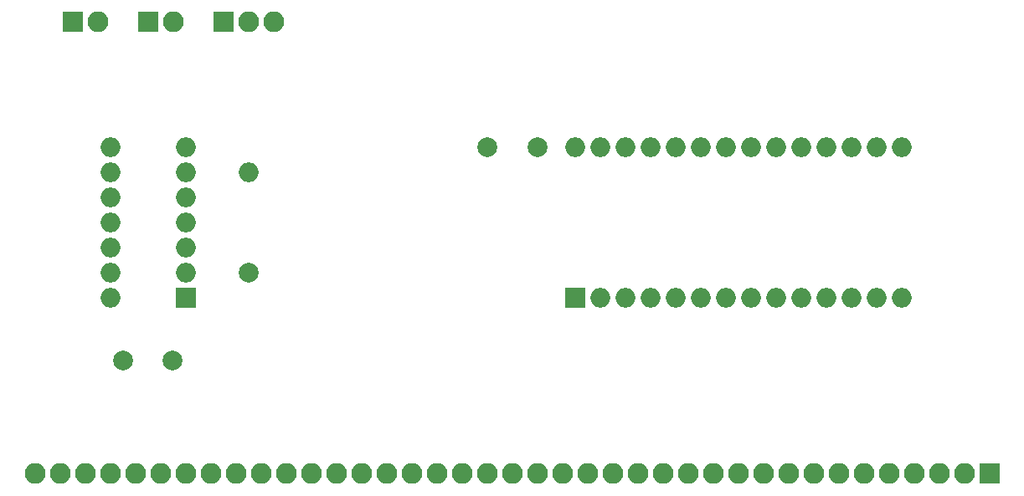
<source format=gts>
G04 #@! TF.FileFunction,Soldermask,Top*
%FSLAX46Y46*%
G04 Gerber Fmt 4.6, Leading zero omitted, Abs format (unit mm)*
G04 Created by KiCad (PCBNEW 4.0.6) date 05/15/17 21:45:34*
%MOMM*%
%LPD*%
G01*
G04 APERTURE LIST*
%ADD10C,0.100000*%
%ADD11R,2.000000X2.000000*%
%ADD12O,2.000000X2.000000*%
%ADD13R,2.100000X2.100000*%
%ADD14O,2.100000X2.100000*%
%ADD15C,2.000000*%
G04 APERTURE END LIST*
D10*
D11*
X144780000Y-130810000D03*
D12*
X177800000Y-115570000D03*
X147320000Y-130810000D03*
X175260000Y-115570000D03*
X149860000Y-130810000D03*
X172720000Y-115570000D03*
X152400000Y-130810000D03*
X170180000Y-115570000D03*
X154940000Y-130810000D03*
X167640000Y-115570000D03*
X157480000Y-130810000D03*
X165100000Y-115570000D03*
X160020000Y-130810000D03*
X162560000Y-115570000D03*
X162560000Y-130810000D03*
X160020000Y-115570000D03*
X165100000Y-130810000D03*
X157480000Y-115570000D03*
X167640000Y-130810000D03*
X154940000Y-115570000D03*
X170180000Y-130810000D03*
X152400000Y-115570000D03*
X172720000Y-130810000D03*
X149860000Y-115570000D03*
X175260000Y-130810000D03*
X147320000Y-115570000D03*
X177800000Y-130810000D03*
X144780000Y-115570000D03*
D13*
X101600000Y-102870000D03*
D14*
X104140000Y-102870000D03*
D15*
X111760000Y-128270000D03*
D12*
X111760000Y-118110000D03*
D15*
X140970000Y-115570000D03*
X135970000Y-115570000D03*
X99060000Y-137160000D03*
X104060000Y-137160000D03*
D13*
X93980000Y-102870000D03*
D14*
X96520000Y-102870000D03*
D13*
X186690000Y-148590000D03*
D14*
X184150000Y-148590000D03*
X181610000Y-148590000D03*
X179070000Y-148590000D03*
X176530000Y-148590000D03*
X173990000Y-148590000D03*
X171450000Y-148590000D03*
X168910000Y-148590000D03*
X166370000Y-148590000D03*
X163830000Y-148590000D03*
X161290000Y-148590000D03*
X158750000Y-148590000D03*
X156210000Y-148590000D03*
X153670000Y-148590000D03*
X151130000Y-148590000D03*
X148590000Y-148590000D03*
X146050000Y-148590000D03*
X143510000Y-148590000D03*
X140970000Y-148590000D03*
X138430000Y-148590000D03*
X135890000Y-148590000D03*
X133350000Y-148590000D03*
X130810000Y-148590000D03*
X128270000Y-148590000D03*
X125730000Y-148590000D03*
X123190000Y-148590000D03*
X120650000Y-148590000D03*
X118110000Y-148590000D03*
X115570000Y-148590000D03*
X113030000Y-148590000D03*
X110490000Y-148590000D03*
X107950000Y-148590000D03*
X105410000Y-148590000D03*
X102870000Y-148590000D03*
X100330000Y-148590000D03*
X97790000Y-148590000D03*
X95250000Y-148590000D03*
X92710000Y-148590000D03*
X90170000Y-148590000D03*
D13*
X109220000Y-102870000D03*
D14*
X111760000Y-102870000D03*
X114300000Y-102870000D03*
D11*
X105410000Y-130810000D03*
D12*
X97790000Y-115570000D03*
X105410000Y-128270000D03*
X97790000Y-118110000D03*
X105410000Y-125730000D03*
X97790000Y-120650000D03*
X105410000Y-123190000D03*
X97790000Y-123190000D03*
X105410000Y-120650000D03*
X97790000Y-125730000D03*
X105410000Y-118110000D03*
X97790000Y-128270000D03*
X105410000Y-115570000D03*
X97790000Y-130810000D03*
M02*

</source>
